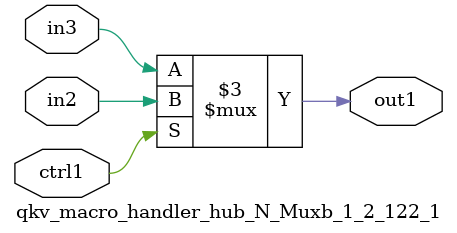
<source format=v>

`timescale 1ps / 1ps


module qkv_macro_handler_hub_N_Muxb_1_2_122_1( in3, in2, ctrl1, out1 );

    input in3;
    input in2;
    input ctrl1;
    output out1;
    reg out1;

    
    // rtl_process:qkv_macro_handler_hub_N_Muxb_1_2_122_1/qkv_macro_handler_hub_N_Muxb_1_2_122_1_thread_1
    always @*
      begin : qkv_macro_handler_hub_N_Muxb_1_2_122_1_thread_1
        case (ctrl1) 
          1'b1: 
            begin
              out1 = in2;
            end
          default: 
            begin
              out1 = in3;
            end
        endcase
      end

endmodule


</source>
